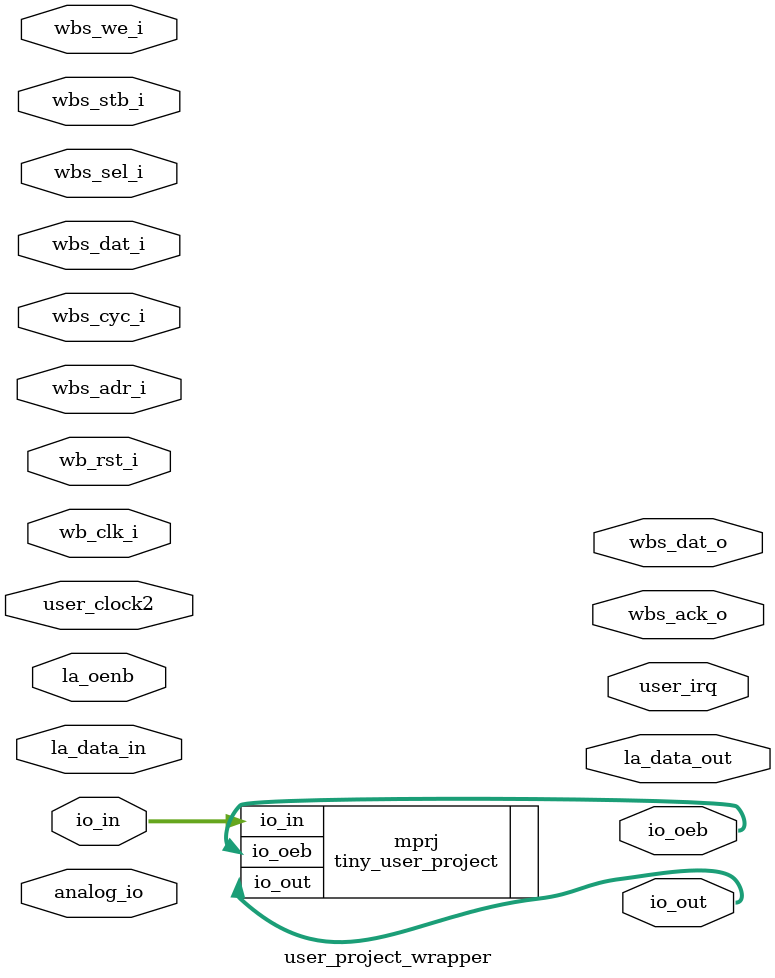
<source format=v>
module user_project_wrapper (user_clock2,
    wb_clk_i,
    wb_rst_i,
    wbs_ack_o,
    wbs_cyc_i,
    wbs_stb_i,
    wbs_we_i,
    analog_io,
    io_in,
    io_oeb,
    io_out,
    la_data_in,
    la_data_out,
    la_oenb,
    user_irq,
    wbs_adr_i,
    wbs_dat_i,
    wbs_dat_o,
    wbs_sel_i);
 input user_clock2;
 input wb_clk_i;
 input wb_rst_i;
 output wbs_ack_o;
 input wbs_cyc_i;
 input wbs_stb_i;
 input wbs_we_i;
 inout [28:0] analog_io;
 input [37:0] io_in;
 output [37:0] io_oeb;
 output [37:0] io_out;
 input [127:0] la_data_in;
 output [127:0] la_data_out;
 input [127:0] la_oenb;
 output [2:0] user_irq;
 input [31:0] wbs_adr_i;
 input [31:0] wbs_dat_i;
 output [31:0] wbs_dat_o;
 input [3:0] wbs_sel_i;


 tiny_user_project mprj (.io_in({io_in[37],
    io_in[36],
    io_in[35],
    io_in[34],
    io_in[33],
    io_in[32],
    io_in[31],
    io_in[30],
    io_in[29],
    io_in[28],
    io_in[27],
    io_in[26],
    io_in[25],
    io_in[24],
    io_in[23],
    io_in[22],
    io_in[21],
    io_in[20],
    io_in[19],
    io_in[18],
    io_in[17],
    io_in[16],
    io_in[15],
    io_in[14],
    io_in[13],
    io_in[12],
    io_in[11],
    io_in[10],
    io_in[9],
    io_in[8],
    io_in[7],
    io_in[6],
    io_in[5],
    io_in[4],
    io_in[3],
    io_in[2],
    io_in[1],
    io_in[0]}),
    .io_oeb({io_oeb[37],
    io_oeb[36],
    io_oeb[35],
    io_oeb[34],
    io_oeb[33],
    io_oeb[32],
    io_oeb[31],
    io_oeb[30],
    io_oeb[29],
    io_oeb[28],
    io_oeb[27],
    io_oeb[26],
    io_oeb[25],
    io_oeb[24],
    io_oeb[23],
    io_oeb[22],
    io_oeb[21],
    io_oeb[20],
    io_oeb[19],
    io_oeb[18],
    io_oeb[17],
    io_oeb[16],
    io_oeb[15],
    io_oeb[14],
    io_oeb[13],
    io_oeb[12],
    io_oeb[11],
    io_oeb[10],
    io_oeb[9],
    io_oeb[8],
    io_oeb[7],
    io_oeb[6],
    io_oeb[5],
    io_oeb[4],
    io_oeb[3],
    io_oeb[2],
    io_oeb[1],
    io_oeb[0]}),
    .io_out({io_out[37],
    io_out[36],
    io_out[35],
    io_out[34],
    io_out[33],
    io_out[32],
    io_out[31],
    io_out[30],
    io_out[29],
    io_out[28],
    io_out[27],
    io_out[26],
    io_out[25],
    io_out[24],
    io_out[23],
    io_out[22],
    io_out[21],
    io_out[20],
    io_out[19],
    io_out[18],
    io_out[17],
    io_out[16],
    io_out[15],
    io_out[14],
    io_out[13],
    io_out[12],
    io_out[11],
    io_out[10],
    io_out[9],
    io_out[8],
    io_out[7],
    io_out[6],
    io_out[5],
    io_out[4],
    io_out[3],
    io_out[2],
    io_out[1],
    io_out[0]}));
endmodule


</source>
